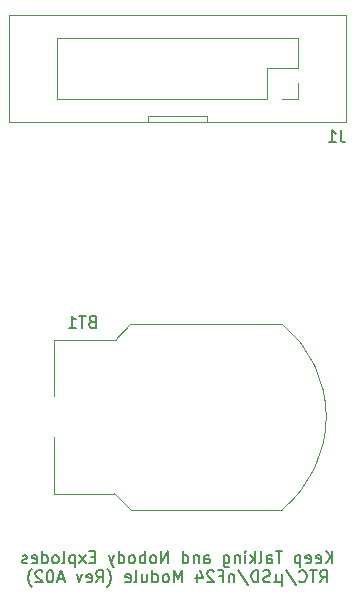
<source format=gbo>
%TF.GenerationSoftware,KiCad,Pcbnew,(6.0.9)*%
%TF.CreationDate,2022-12-02T21:30:47+00:00*%
%TF.ProjectId,SPIRadioCFRTC,53504952-6164-4696-9f43-465254432e6b,rev?*%
%TF.SameCoordinates,Original*%
%TF.FileFunction,Legend,Bot*%
%TF.FilePolarity,Positive*%
%FSLAX46Y46*%
G04 Gerber Fmt 4.6, Leading zero omitted, Abs format (unit mm)*
G04 Created by KiCad (PCBNEW (6.0.9)) date 2022-12-02 21:30:47*
%MOMM*%
%LPD*%
G01*
G04 APERTURE LIST*
%ADD10C,0.150000*%
%ADD11C,0.120000*%
%ADD12C,3.200000*%
%ADD13C,0.900000*%
%ADD14R,1.700000X1.700000*%
%ADD15O,1.700000X1.700000*%
%ADD16R,3.050000X3.400000*%
%ADD17R,4.500000X2.400000*%
G04 APERTURE END LIST*
D10*
X48119047Y-67397380D02*
X48119047Y-66397380D01*
X47547619Y-67397380D02*
X47976190Y-66825952D01*
X47547619Y-66397380D02*
X48119047Y-66968809D01*
X46738095Y-67349761D02*
X46833333Y-67397380D01*
X47023809Y-67397380D01*
X47119047Y-67349761D01*
X47166666Y-67254523D01*
X47166666Y-66873571D01*
X47119047Y-66778333D01*
X47023809Y-66730714D01*
X46833333Y-66730714D01*
X46738095Y-66778333D01*
X46690476Y-66873571D01*
X46690476Y-66968809D01*
X47166666Y-67064047D01*
X45880952Y-67349761D02*
X45976190Y-67397380D01*
X46166666Y-67397380D01*
X46261904Y-67349761D01*
X46309523Y-67254523D01*
X46309523Y-66873571D01*
X46261904Y-66778333D01*
X46166666Y-66730714D01*
X45976190Y-66730714D01*
X45880952Y-66778333D01*
X45833333Y-66873571D01*
X45833333Y-66968809D01*
X46309523Y-67064047D01*
X45404761Y-66730714D02*
X45404761Y-67730714D01*
X45404761Y-66778333D02*
X45309523Y-66730714D01*
X45119047Y-66730714D01*
X45023809Y-66778333D01*
X44976190Y-66825952D01*
X44928571Y-66921190D01*
X44928571Y-67206904D01*
X44976190Y-67302142D01*
X45023809Y-67349761D01*
X45119047Y-67397380D01*
X45309523Y-67397380D01*
X45404761Y-67349761D01*
X43880952Y-66397380D02*
X43309523Y-66397380D01*
X43595238Y-67397380D02*
X43595238Y-66397380D01*
X42547619Y-67397380D02*
X42547619Y-66873571D01*
X42595238Y-66778333D01*
X42690476Y-66730714D01*
X42880952Y-66730714D01*
X42976190Y-66778333D01*
X42547619Y-67349761D02*
X42642857Y-67397380D01*
X42880952Y-67397380D01*
X42976190Y-67349761D01*
X43023809Y-67254523D01*
X43023809Y-67159285D01*
X42976190Y-67064047D01*
X42880952Y-67016428D01*
X42642857Y-67016428D01*
X42547619Y-66968809D01*
X41928571Y-67397380D02*
X42023809Y-67349761D01*
X42071428Y-67254523D01*
X42071428Y-66397380D01*
X41547619Y-67397380D02*
X41547619Y-66397380D01*
X41452380Y-67016428D02*
X41166666Y-67397380D01*
X41166666Y-66730714D02*
X41547619Y-67111666D01*
X40738095Y-67397380D02*
X40738095Y-66730714D01*
X40738095Y-66397380D02*
X40785714Y-66445000D01*
X40738095Y-66492619D01*
X40690476Y-66445000D01*
X40738095Y-66397380D01*
X40738095Y-66492619D01*
X40261904Y-66730714D02*
X40261904Y-67397380D01*
X40261904Y-66825952D02*
X40214285Y-66778333D01*
X40119047Y-66730714D01*
X39976190Y-66730714D01*
X39880952Y-66778333D01*
X39833333Y-66873571D01*
X39833333Y-67397380D01*
X38928571Y-66730714D02*
X38928571Y-67540238D01*
X38976190Y-67635476D01*
X39023809Y-67683095D01*
X39119047Y-67730714D01*
X39261904Y-67730714D01*
X39357142Y-67683095D01*
X38928571Y-67349761D02*
X39023809Y-67397380D01*
X39214285Y-67397380D01*
X39309523Y-67349761D01*
X39357142Y-67302142D01*
X39404761Y-67206904D01*
X39404761Y-66921190D01*
X39357142Y-66825952D01*
X39309523Y-66778333D01*
X39214285Y-66730714D01*
X39023809Y-66730714D01*
X38928571Y-66778333D01*
X37261904Y-67397380D02*
X37261904Y-66873571D01*
X37309523Y-66778333D01*
X37404761Y-66730714D01*
X37595238Y-66730714D01*
X37690476Y-66778333D01*
X37261904Y-67349761D02*
X37357142Y-67397380D01*
X37595238Y-67397380D01*
X37690476Y-67349761D01*
X37738095Y-67254523D01*
X37738095Y-67159285D01*
X37690476Y-67064047D01*
X37595238Y-67016428D01*
X37357142Y-67016428D01*
X37261904Y-66968809D01*
X36785714Y-66730714D02*
X36785714Y-67397380D01*
X36785714Y-66825952D02*
X36738095Y-66778333D01*
X36642857Y-66730714D01*
X36500000Y-66730714D01*
X36404761Y-66778333D01*
X36357142Y-66873571D01*
X36357142Y-67397380D01*
X35452380Y-67397380D02*
X35452380Y-66397380D01*
X35452380Y-67349761D02*
X35547619Y-67397380D01*
X35738095Y-67397380D01*
X35833333Y-67349761D01*
X35880952Y-67302142D01*
X35928571Y-67206904D01*
X35928571Y-66921190D01*
X35880952Y-66825952D01*
X35833333Y-66778333D01*
X35738095Y-66730714D01*
X35547619Y-66730714D01*
X35452380Y-66778333D01*
X34214285Y-67397380D02*
X34214285Y-66397380D01*
X33642857Y-67397380D01*
X33642857Y-66397380D01*
X33023809Y-67397380D02*
X33119047Y-67349761D01*
X33166666Y-67302142D01*
X33214285Y-67206904D01*
X33214285Y-66921190D01*
X33166666Y-66825952D01*
X33119047Y-66778333D01*
X33023809Y-66730714D01*
X32880952Y-66730714D01*
X32785714Y-66778333D01*
X32738095Y-66825952D01*
X32690476Y-66921190D01*
X32690476Y-67206904D01*
X32738095Y-67302142D01*
X32785714Y-67349761D01*
X32880952Y-67397380D01*
X33023809Y-67397380D01*
X32261904Y-67397380D02*
X32261904Y-66397380D01*
X32261904Y-66778333D02*
X32166666Y-66730714D01*
X31976190Y-66730714D01*
X31880952Y-66778333D01*
X31833333Y-66825952D01*
X31785714Y-66921190D01*
X31785714Y-67206904D01*
X31833333Y-67302142D01*
X31880952Y-67349761D01*
X31976190Y-67397380D01*
X32166666Y-67397380D01*
X32261904Y-67349761D01*
X31214285Y-67397380D02*
X31309523Y-67349761D01*
X31357142Y-67302142D01*
X31404761Y-67206904D01*
X31404761Y-66921190D01*
X31357142Y-66825952D01*
X31309523Y-66778333D01*
X31214285Y-66730714D01*
X31071428Y-66730714D01*
X30976190Y-66778333D01*
X30928571Y-66825952D01*
X30880952Y-66921190D01*
X30880952Y-67206904D01*
X30928571Y-67302142D01*
X30976190Y-67349761D01*
X31071428Y-67397380D01*
X31214285Y-67397380D01*
X30023809Y-67397380D02*
X30023809Y-66397380D01*
X30023809Y-67349761D02*
X30119047Y-67397380D01*
X30309523Y-67397380D01*
X30404761Y-67349761D01*
X30452380Y-67302142D01*
X30500000Y-67206904D01*
X30500000Y-66921190D01*
X30452380Y-66825952D01*
X30404761Y-66778333D01*
X30309523Y-66730714D01*
X30119047Y-66730714D01*
X30023809Y-66778333D01*
X29642857Y-66730714D02*
X29404761Y-67397380D01*
X29166666Y-66730714D02*
X29404761Y-67397380D01*
X29500000Y-67635476D01*
X29547619Y-67683095D01*
X29642857Y-67730714D01*
X28023809Y-66873571D02*
X27690476Y-66873571D01*
X27547619Y-67397380D02*
X28023809Y-67397380D01*
X28023809Y-66397380D01*
X27547619Y-66397380D01*
X27214285Y-67397380D02*
X26690476Y-66730714D01*
X27214285Y-66730714D02*
X26690476Y-67397380D01*
X26309523Y-66730714D02*
X26309523Y-67730714D01*
X26309523Y-66778333D02*
X26214285Y-66730714D01*
X26023809Y-66730714D01*
X25928571Y-66778333D01*
X25880952Y-66825952D01*
X25833333Y-66921190D01*
X25833333Y-67206904D01*
X25880952Y-67302142D01*
X25928571Y-67349761D01*
X26023809Y-67397380D01*
X26214285Y-67397380D01*
X26309523Y-67349761D01*
X25261904Y-67397380D02*
X25357142Y-67349761D01*
X25404761Y-67254523D01*
X25404761Y-66397380D01*
X24738095Y-67397380D02*
X24833333Y-67349761D01*
X24880952Y-67302142D01*
X24928571Y-67206904D01*
X24928571Y-66921190D01*
X24880952Y-66825952D01*
X24833333Y-66778333D01*
X24738095Y-66730714D01*
X24595238Y-66730714D01*
X24500000Y-66778333D01*
X24452380Y-66825952D01*
X24404761Y-66921190D01*
X24404761Y-67206904D01*
X24452380Y-67302142D01*
X24500000Y-67349761D01*
X24595238Y-67397380D01*
X24738095Y-67397380D01*
X23547619Y-67397380D02*
X23547619Y-66397380D01*
X23547619Y-67349761D02*
X23642857Y-67397380D01*
X23833333Y-67397380D01*
X23928571Y-67349761D01*
X23976190Y-67302142D01*
X24023809Y-67206904D01*
X24023809Y-66921190D01*
X23976190Y-66825952D01*
X23928571Y-66778333D01*
X23833333Y-66730714D01*
X23642857Y-66730714D01*
X23547619Y-66778333D01*
X22690476Y-67349761D02*
X22785714Y-67397380D01*
X22976190Y-67397380D01*
X23071428Y-67349761D01*
X23119047Y-67254523D01*
X23119047Y-66873571D01*
X23071428Y-66778333D01*
X22976190Y-66730714D01*
X22785714Y-66730714D01*
X22690476Y-66778333D01*
X22642857Y-66873571D01*
X22642857Y-66968809D01*
X23119047Y-67064047D01*
X22261904Y-67349761D02*
X22166666Y-67397380D01*
X21976190Y-67397380D01*
X21880952Y-67349761D01*
X21833333Y-67254523D01*
X21833333Y-67206904D01*
X21880952Y-67111666D01*
X21976190Y-67064047D01*
X22119047Y-67064047D01*
X22214285Y-67016428D01*
X22261904Y-66921190D01*
X22261904Y-66873571D01*
X22214285Y-66778333D01*
X22119047Y-66730714D01*
X21976190Y-66730714D01*
X21880952Y-66778333D01*
X47071428Y-69007380D02*
X47404761Y-68531190D01*
X47642857Y-69007380D02*
X47642857Y-68007380D01*
X47261904Y-68007380D01*
X47166666Y-68055000D01*
X47119047Y-68102619D01*
X47071428Y-68197857D01*
X47071428Y-68340714D01*
X47119047Y-68435952D01*
X47166666Y-68483571D01*
X47261904Y-68531190D01*
X47642857Y-68531190D01*
X46785714Y-68007380D02*
X46214285Y-68007380D01*
X46500000Y-69007380D02*
X46500000Y-68007380D01*
X45309523Y-68912142D02*
X45357142Y-68959761D01*
X45500000Y-69007380D01*
X45595238Y-69007380D01*
X45738095Y-68959761D01*
X45833333Y-68864523D01*
X45880952Y-68769285D01*
X45928571Y-68578809D01*
X45928571Y-68435952D01*
X45880952Y-68245476D01*
X45833333Y-68150238D01*
X45738095Y-68055000D01*
X45595238Y-68007380D01*
X45500000Y-68007380D01*
X45357142Y-68055000D01*
X45309523Y-68102619D01*
X44166666Y-67959761D02*
X45023809Y-69245476D01*
X43833333Y-68340714D02*
X43833333Y-69340714D01*
X43357142Y-68864523D02*
X43309523Y-68959761D01*
X43214285Y-69007380D01*
X43833333Y-68864523D02*
X43785714Y-68959761D01*
X43690476Y-69007380D01*
X43500000Y-69007380D01*
X43404761Y-68959761D01*
X43357142Y-68864523D01*
X43357142Y-68340714D01*
X42833333Y-68959761D02*
X42690476Y-69007380D01*
X42452380Y-69007380D01*
X42357142Y-68959761D01*
X42309523Y-68912142D01*
X42261904Y-68816904D01*
X42261904Y-68721666D01*
X42309523Y-68626428D01*
X42357142Y-68578809D01*
X42452380Y-68531190D01*
X42642857Y-68483571D01*
X42738095Y-68435952D01*
X42785714Y-68388333D01*
X42833333Y-68293095D01*
X42833333Y-68197857D01*
X42785714Y-68102619D01*
X42738095Y-68055000D01*
X42642857Y-68007380D01*
X42404761Y-68007380D01*
X42261904Y-68055000D01*
X41833333Y-69007380D02*
X41833333Y-68007380D01*
X41595238Y-68007380D01*
X41452380Y-68055000D01*
X41357142Y-68150238D01*
X41309523Y-68245476D01*
X41261904Y-68435952D01*
X41261904Y-68578809D01*
X41309523Y-68769285D01*
X41357142Y-68864523D01*
X41452380Y-68959761D01*
X41595238Y-69007380D01*
X41833333Y-69007380D01*
X40119047Y-67959761D02*
X40976190Y-69245476D01*
X39785714Y-68340714D02*
X39785714Y-69007380D01*
X39785714Y-68435952D02*
X39738095Y-68388333D01*
X39642857Y-68340714D01*
X39500000Y-68340714D01*
X39404761Y-68388333D01*
X39357142Y-68483571D01*
X39357142Y-69007380D01*
X38547619Y-68483571D02*
X38880952Y-68483571D01*
X38880952Y-69007380D02*
X38880952Y-68007380D01*
X38404761Y-68007380D01*
X38071428Y-68102619D02*
X38023809Y-68055000D01*
X37928571Y-68007380D01*
X37690476Y-68007380D01*
X37595238Y-68055000D01*
X37547619Y-68102619D01*
X37500000Y-68197857D01*
X37500000Y-68293095D01*
X37547619Y-68435952D01*
X38119047Y-69007380D01*
X37500000Y-69007380D01*
X36642857Y-68340714D02*
X36642857Y-69007380D01*
X36880952Y-67959761D02*
X37119047Y-68674047D01*
X36500000Y-68674047D01*
X35357142Y-69007380D02*
X35357142Y-68007380D01*
X35023809Y-68721666D01*
X34690476Y-68007380D01*
X34690476Y-69007380D01*
X34071428Y-69007380D02*
X34166666Y-68959761D01*
X34214285Y-68912142D01*
X34261904Y-68816904D01*
X34261904Y-68531190D01*
X34214285Y-68435952D01*
X34166666Y-68388333D01*
X34071428Y-68340714D01*
X33928571Y-68340714D01*
X33833333Y-68388333D01*
X33785714Y-68435952D01*
X33738095Y-68531190D01*
X33738095Y-68816904D01*
X33785714Y-68912142D01*
X33833333Y-68959761D01*
X33928571Y-69007380D01*
X34071428Y-69007380D01*
X32880952Y-69007380D02*
X32880952Y-68007380D01*
X32880952Y-68959761D02*
X32976190Y-69007380D01*
X33166666Y-69007380D01*
X33261904Y-68959761D01*
X33309523Y-68912142D01*
X33357142Y-68816904D01*
X33357142Y-68531190D01*
X33309523Y-68435952D01*
X33261904Y-68388333D01*
X33166666Y-68340714D01*
X32976190Y-68340714D01*
X32880952Y-68388333D01*
X31976190Y-68340714D02*
X31976190Y-69007380D01*
X32404761Y-68340714D02*
X32404761Y-68864523D01*
X32357142Y-68959761D01*
X32261904Y-69007380D01*
X32119047Y-69007380D01*
X32023809Y-68959761D01*
X31976190Y-68912142D01*
X31357142Y-69007380D02*
X31452380Y-68959761D01*
X31500000Y-68864523D01*
X31500000Y-68007380D01*
X30595238Y-68959761D02*
X30690476Y-69007380D01*
X30880952Y-69007380D01*
X30976190Y-68959761D01*
X31023809Y-68864523D01*
X31023809Y-68483571D01*
X30976190Y-68388333D01*
X30880952Y-68340714D01*
X30690476Y-68340714D01*
X30595238Y-68388333D01*
X30547619Y-68483571D01*
X30547619Y-68578809D01*
X31023809Y-68674047D01*
X29071428Y-69388333D02*
X29119047Y-69340714D01*
X29214285Y-69197857D01*
X29261904Y-69102619D01*
X29309523Y-68959761D01*
X29357142Y-68721666D01*
X29357142Y-68531190D01*
X29309523Y-68293095D01*
X29261904Y-68150238D01*
X29214285Y-68055000D01*
X29119047Y-67912142D01*
X29071428Y-67864523D01*
X28119047Y-69007380D02*
X28452380Y-68531190D01*
X28690476Y-69007380D02*
X28690476Y-68007380D01*
X28309523Y-68007380D01*
X28214285Y-68055000D01*
X28166666Y-68102619D01*
X28119047Y-68197857D01*
X28119047Y-68340714D01*
X28166666Y-68435952D01*
X28214285Y-68483571D01*
X28309523Y-68531190D01*
X28690476Y-68531190D01*
X27309523Y-68959761D02*
X27404761Y-69007380D01*
X27595238Y-69007380D01*
X27690476Y-68959761D01*
X27738095Y-68864523D01*
X27738095Y-68483571D01*
X27690476Y-68388333D01*
X27595238Y-68340714D01*
X27404761Y-68340714D01*
X27309523Y-68388333D01*
X27261904Y-68483571D01*
X27261904Y-68578809D01*
X27738095Y-68674047D01*
X26928571Y-68340714D02*
X26690476Y-69007380D01*
X26452380Y-68340714D01*
X25357142Y-68721666D02*
X24880952Y-68721666D01*
X25452380Y-69007380D02*
X25119047Y-68007380D01*
X24785714Y-69007380D01*
X24261904Y-68007380D02*
X24166666Y-68007380D01*
X24071428Y-68055000D01*
X24023809Y-68102619D01*
X23976190Y-68197857D01*
X23928571Y-68388333D01*
X23928571Y-68626428D01*
X23976190Y-68816904D01*
X24023809Y-68912142D01*
X24071428Y-68959761D01*
X24166666Y-69007380D01*
X24261904Y-69007380D01*
X24357142Y-68959761D01*
X24404761Y-68912142D01*
X24452380Y-68816904D01*
X24500000Y-68626428D01*
X24500000Y-68388333D01*
X24452380Y-68197857D01*
X24404761Y-68102619D01*
X24357142Y-68055000D01*
X24261904Y-68007380D01*
X23547619Y-68102619D02*
X23500000Y-68055000D01*
X23404761Y-68007380D01*
X23166666Y-68007380D01*
X23071428Y-68055000D01*
X23023809Y-68102619D01*
X22976190Y-68197857D01*
X22976190Y-68293095D01*
X23023809Y-68435952D01*
X23595238Y-69007380D01*
X22976190Y-69007380D01*
X22642857Y-69388333D02*
X22595238Y-69340714D01*
X22500000Y-69197857D01*
X22452380Y-69102619D01*
X22404761Y-68959761D01*
X22357142Y-68721666D01*
X22357142Y-68531190D01*
X22404761Y-68293095D01*
X22452380Y-68150238D01*
X22500000Y-68055000D01*
X22595238Y-67912142D01*
X22642857Y-67864523D01*
%TO.C,J1*%
X48833333Y-30752380D02*
X48833333Y-31466666D01*
X48880952Y-31609523D01*
X48976190Y-31704761D01*
X49119047Y-31752380D01*
X49214285Y-31752380D01*
X47833333Y-31752380D02*
X48404761Y-31752380D01*
X48119047Y-31752380D02*
X48119047Y-30752380D01*
X48214285Y-30895238D01*
X48309523Y-30990476D01*
X48404761Y-31038095D01*
%TO.C,BT1*%
X27754064Y-46928571D02*
X27611207Y-46976190D01*
X27563588Y-47023809D01*
X27515969Y-47119047D01*
X27515969Y-47261904D01*
X27563588Y-47357142D01*
X27611207Y-47404761D01*
X27706445Y-47452380D01*
X28087397Y-47452380D01*
X28087397Y-46452380D01*
X27754064Y-46452380D01*
X27658826Y-46500000D01*
X27611207Y-46547619D01*
X27563588Y-46642857D01*
X27563588Y-46738095D01*
X27611207Y-46833333D01*
X27658826Y-46880952D01*
X27754064Y-46928571D01*
X28087397Y-46928571D01*
X27230254Y-46452380D02*
X26658826Y-46452380D01*
X26944540Y-47452380D02*
X26944540Y-46452380D01*
X25801683Y-47452380D02*
X26373111Y-47452380D01*
X26087397Y-47452380D02*
X26087397Y-46452380D01*
X26182635Y-46595238D01*
X26277873Y-46690476D01*
X26373111Y-46738095D01*
D11*
%TO.C,J1*%
X49250000Y-30000000D02*
X49250000Y-21000000D01*
X37500000Y-30000000D02*
X37500000Y-29500000D01*
X45220000Y-28100000D02*
X45220000Y-26770000D01*
X24780000Y-28100000D02*
X24780000Y-22900000D01*
X20750000Y-30000000D02*
X35000000Y-30000000D01*
X20750000Y-21000000D02*
X20750000Y-30000000D01*
X32500000Y-29500000D02*
X32500000Y-30000000D01*
X42620000Y-25500000D02*
X45220000Y-25500000D01*
X45220000Y-25500000D02*
X45220000Y-22900000D01*
X43890000Y-28100000D02*
X45220000Y-28100000D01*
X37500000Y-29500000D02*
X32500000Y-29500000D01*
X42620000Y-28100000D02*
X42620000Y-25500000D01*
X45220000Y-22900000D02*
X24780000Y-22900000D01*
X35000000Y-30000000D02*
X49250000Y-30000000D01*
X49250000Y-21000000D02*
X20750000Y-21000000D01*
X42620000Y-28100000D02*
X24780000Y-28100000D01*
%TO.C,BT1*%
X24518350Y-48500000D02*
X24518350Y-61500000D01*
X29668350Y-61500000D02*
X24518350Y-61500000D01*
X43868350Y-62850000D02*
X31068350Y-62850000D01*
X29768350Y-48500000D02*
X24518350Y-48500000D01*
X43868350Y-47150000D02*
X31068350Y-47150000D01*
X43868349Y-62849999D02*
G75*
G03*
X43868349Y-47150001I-6399998J7849999D01*
G01*
X31068357Y-47150008D02*
G75*
G03*
X29768350Y-48500000I4935193J-6053392D01*
G01*
X29668350Y-61500000D02*
G75*
G03*
X31052539Y-62869394I7799900J6499900D01*
G01*
%TD*%
%LPC*%
D12*
%TO.C,REF\u002A\u002A*%
X35000000Y-75500000D03*
%TD*%
D13*
%TO.C,J2*%
X42070000Y-50950000D03*
X42070000Y-42950000D03*
%TD*%
D14*
%TO.C,J1*%
X43890000Y-26770000D03*
D15*
X43890000Y-24230000D03*
X41350000Y-26770000D03*
X41350000Y-24230000D03*
X38810000Y-26770000D03*
X38810000Y-24230000D03*
X36270000Y-26770000D03*
X36270000Y-24230000D03*
X33730000Y-26770000D03*
X33730000Y-24230000D03*
X31190000Y-26770000D03*
X31190000Y-24230000D03*
X28650000Y-26770000D03*
X28650000Y-24230000D03*
X26110000Y-26770000D03*
X26110000Y-24230000D03*
%TD*%
D16*
%TO.C,BT1*%
X23868350Y-55000000D03*
D17*
X44968350Y-55000000D03*
%TD*%
M02*

</source>
